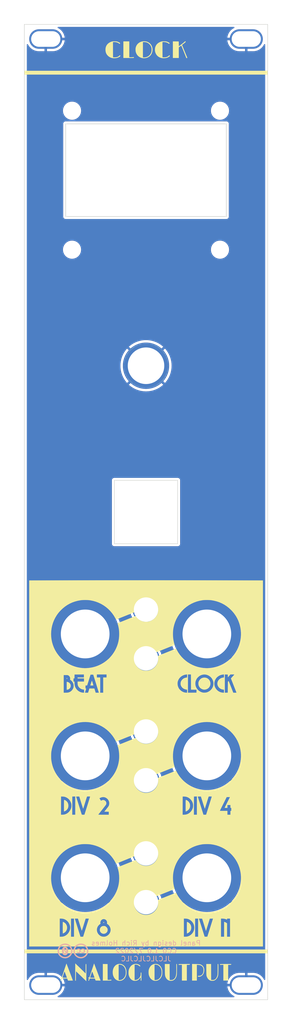
<source format=kicad_pcb>
(kicad_pcb (version 20211014) (generator pcbnew)
  (layers (0 "F.Cu" signal) (31 "B.Cu" signal) (34 "B.Paste" user) (35 "F.Paste" user) (36 "B.SilkS" user "B.Silkscreen") (37 "F.SilkS" user "F.Silkscreen") (38 "B.Mask" user) (39 "F.Mask" user) (44 "Edge.Cuts" user))
  (net 0 "")
  (net 1 "GND")
  (footprint "Kosmo_panel:Kosmo_Panel_Dual_Slotted_Mounting_Holes" (layer "F.Cu") (at 63.1 10.6 180)
    (fp_text reference "H10" hide)
    (fp_text value "Mounting_Holes")
    (pad "1" thru_hole oval locked (at 1.4 0 180) (size 6.8 4) (drill oval 6 3.2) (layers *.Cu *.Mask) (net 1 "GND"))
    (pad "1" thru_hole oval locked (at 1.4 -194 180) (size 6.8 4) (drill oval 6 3.2) (layers *.Cu *.Mask) (net 1 "GND"))
  )
  (footprint "Kosmo_panel:Kosmo_LED_Hole" (layer "F.Cu") (at 41.1 152.6)
    (fp_text reference "H8" hide)
    (fp_text value "Led_Hole")
    (pad "1" thru_hole circle (at 0 0) (size 5.5 5.5) (drill 5) (layers *.Cu *.Mask))
  )
  (footprint "Kosmo_panel:Kosmo_Jack_Hole" (layer "F.Cu") (at 28.6 132.6)
    (fp_text reference "H5" hide)
    (fp_text value "Jack_Hole")
    (pad "1" thru_hole circle locked (at 0 0) (size 14 14) (drill 10) (layers *.Cu *.Mask) (net 1 "GND"))
  )
  (footprint "Kosmo_panel:Kosmo_Jack_Hole" (layer "F.Cu") (at 53.6 132.6)
    (fp_text reference "H6" hide)
    (fp_text value "Jack_Hole")
    (pad "1" thru_hole circle locked (at 0 0) (size 14 14) (drill 10) (layers *.Cu *.Mask) (net 1 "GND"))
  )
  (footprint "Kosmo_panel:Kosmo_Jack_Hole" (layer "F.Cu") (at 28.6 157.6)
    (fp_text reference "H1" hide)
    (fp_text value "Jack_Hole")
    (pad "1" thru_hole circle locked (at 0 0) (size 14 14) (drill 10) (layers *.Cu *.Mask) (net 1 "GND"))
  )
  (footprint "Kosmo_panel:Kosmo_Panel_Dual_Slotted_Mounting_Holes" (layer "F.Cu") (at 19.1 204.6)
    (fp_text reference "H7" hide)
    (fp_text value "Mounting_Holes")
    (pad "1" thru_hole oval locked (at 1.4 -194) (size 6.8 4) (drill oval 6 3.2) (layers *.Cu *.Mask) (net 1 "GND"))
    (pad "1" thru_hole oval locked (at 1.4 0) (size 6.8 4) (drill oval 6 3.2) (layers *.Cu *.Mask) (net 1 "GND"))
  )
  (footprint "Kosmo_panel:Kosmo_LED_Hole" (layer "F.Cu") (at 41.1 127.6)
    (fp_text reference "H9" hide)
    (fp_text value "Led_Hole")
    (pad "1" thru_hole circle (at 0 0) (size 5.5 5.5) (drill 5) (layers *.Cu *.Mask))
  )
  (footprint "Kosmo_panel:Kosmo_Jack_Hole" (layer "F.Cu") (at 28.6 182.6)
    (fp_text reference "H2" hide)
    (fp_text value "Jack_Hole")
    (pad "1" thru_hole circle locked (at 0 0) (size 14 14) (drill 10) (layers *.Cu *.Mask) (net 1 "GND"))
  )
  (footprint "Kosmo_panel:Kosmo_Jack_Hole" (layer "F.Cu") (at 53.6 157.6)
    (fp_text reference "H3" hide)
    (fp_text value "Jack_Hole")
    (pad "1" thru_hole circle locked (at 0 0) (size 14 14) (drill 10) (layers *.Cu *.Mask) (net 1 "GND"))
  )
  (footprint "Kosmo_panel:Kosmo_Jack_Hole" (layer "F.Cu") (at 53.6 182.6)
    (fp_text reference "H4" hide)
    (fp_text value "Jack_Hole")
    (pad "1" thru_hole circle locked (at 0 0) (size 14 14) (drill 10) (layers *.Cu *.Mask) (net 1 "GND"))
  )
  (footprint "clock_panel:clock_panel_art" (layer "F.Cu") (at 41.1 107.6)
    (fp_text reference "GRAF2" hide)
    (fp_text value "Art" hide)
  )
  (footprint "Kosmo_panel:Kosmo_Encoder_Hole" (layer "F.Cu") (at 41.1 77.6)
    (fp_text reference "H12" hide)
    (fp_text value "Encoder_Hole")
    (pad "1" thru_hole circle (at 0 0) (size 9.5 9.5) (drill 7.5) (layers *.Cu *.Mask) (net 1 "GND"))
  )
  (footprint "Kosmo_panel:OLED_128x64_1.3in" (layer "F.Cu") (at 41.1 37.5)
    (fp_text reference "OLED1" hide)
    (fp_text value "OLED_128X64_Hole")
    (fp_line (start 16.5 -9.5) (end 16.5 9.5) (layer "Edge.Cuts") (width 0.12))
    (fp_line (start -16.5 9.5) (end -16.5 -9.5) (layer "Edge.Cuts") (width 0.12))
    (fp_line (start -16.5 -9.5) (end 16.5 -9.5) (layer "Edge.Cuts") (width 0.12))
    (fp_line (start 16.5 9.5) (end -16.5 9.5) (layer "Edge.Cuts") (width 0.12))
    (pad "" np_thru_hole circle (at -15.2 -12.2) (size 2.7 2.7) (drill 2.7) (layers F&B.Cu *.Mask))
    (pad "" np_thru_hole circle (at 15.2 -12.2) (size 2.7 2.7) (drill 2.7) (layers F&B.Cu *.Mask))
    (pad "" np_thru_hole circle (at 15.2 16.3) (size 2.7 2.7) (drill 2.7) (layers F&B.Cu *.Mask))
    (pad "" np_thru_hole circle (at -15.2 16.3) (size 2.7 2.7) (drill 2.7) (layers F&B.Cu *.Mask))
  )
  (footprint "Kosmo_panel:Kosmo_LED_Hole" (layer "F.Cu") (at 41.1 137.6)
    (fp_text reference "H11" hide)
    (fp_text value "Led_Hole")
    (pad "1" thru_hole circle (at 0 0) (size 5.5 5.5) (drill 5) (layers *.Cu *.Mask))
  )
  (footprint "Kosmo_panel:Kosmo_LED_Hole" (layer "F.Cu") (at 41.1 162.6)
    (fp_text reference "H13" hide)
    (fp_text value "Led_Hole")
    (pad "1" thru_hole circle (at 0 0) (size 5.5 5.5) (drill 5) (layers *.Cu *.Mask))
  )
  (footprint "Kosmo_panel:Kosmo_LED_Hole" (layer "F.Cu") (at 41.1 177.6)
    (fp_text reference "H14" hide)
    (fp_text value "Led_Hole")
    (pad "1" thru_hole circle (at 0 0) (size 5.5 5.5) (drill 5) (layers *.Cu *.Mask))
  )
  (footprint "clock_panel:clock_panel_holes" (layer "F.Cu") (at 41.1 107.6)
    (fp_text reference "GRAF1" hide)
    (fp_text value "Holes" hide)
  )
  (footprint "Kosmo_panel:Kosmo_LED_Hole" (layer "F.Cu") (at 41.1 187.6)
    (fp_text reference "H15" hide)
    (fp_text value "Led_Hole")
    (pad "1" thru_hole circle (at 0 0) (size 5.5 5.5) (drill 5) (layers *.Cu *.Mask))
  )
  (footprint "ao_tht:CC0_logo" (layer "B.Cu") (at 26.1 197.6 180)
    (fp_text reference "GRAF3" hide)
    (fp_text value "CC0 logo" hide)
  )
  (gr_line (start 16.1 207.6) (end 66.1 207.6) (layer "Edge.Cuts") (width 0.1))
  (gr_line (start 66.1 7.6) (end 16.1 7.6) (layer "Edge.Cuts") (width 0.1))
  (gr_line (start 16.1 7.6) (end 16.1 207.6) (layer "Edge.Cuts") (width 0.1))
  (gr_rect (start 34.6 101.1) (end 47.6 114.1) (layer "Edge.Cuts") (width 0.1) (fill none))
  (gr_line (start 66.1 207.6) (end 66.1 7.6) (layer "Edge.Cuts") (width 0.1))
  (gr_text "Panel design by Rich Holmes\nCC0 1.0 7/2022\nJLCJLCJLCJLC" (at 41.1 197.6) (layer "B.SilkS") (effects (font (size 1 1)) (justify mirror)))
  (zone (net 1) (net_name "GND") (layer "F.Cu") (connect_pads (clearance 0.508)) (min_thickness 0.254) (fill yes (thermal_gap 0.508) (thermal_bridge_width 0.508))
    (polygon (pts (xy 71.1 212.6) (xy 11.1 212.6) (xy 11.1 2.6) (xy 71.1 2.6)))
  )
  (zone (net 1) (net_name "GND") (layer "B.Cu") (connect_pads (clearance 0.508)) (min_thickness 0.254) (fill yes (thermal_gap 0.508) (thermal_bridge_width 0.508))
    (polygon (pts (xy 71.1 212.6) (xy 11.1 212.6) (xy 11.1 2.6) (xy 71.1 2.6)))
  )
)
</source>
